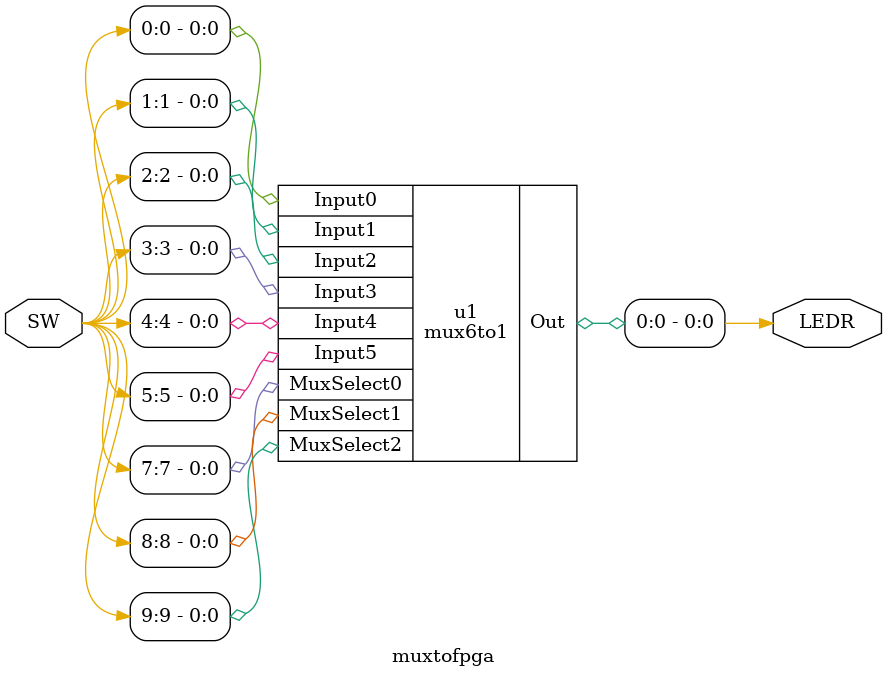
<source format=v>
`timescale 1ns / 1ns // `timescale time_unit/time_precision


module mux6to1(input Input0,Input1,Input2,Input3,Input4,Input5, MuxSelect0,MuxSelect1,MuxSelect2, output reg Out);
		
	
		always@(*)
			begin
			case ({MuxSelect0,MuxSelect1,MuxSelect2}) 
				3'b000: Out = Input0; 
				3'b001: Out = Input1; 
				3'b010: Out = Input2;
				3'b011: Out = Input3;
				3'b100: Out = Input4;
				3'b101: Out = Input5;
				default: Out = Input0;
			endcase 
		end
endmodule

module muxtofpga(SW, LEDR);
	input [9:0] SW;
	output [9:0] LEDR;
	
	mux6to1 u1 (SW[0],SW[1],SW[2],SW[3],SW[4],SW[5],SW[7],SW[8],SW[9],LEDR[0]);

endmodule
</source>
